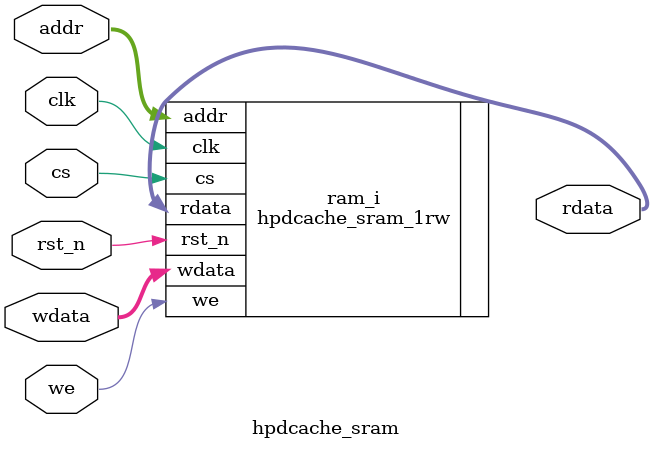
<source format=v>
module hpdcache_sram (
	clk,
	rst_n,
	cs,
	we,
	addr,
	wdata,
	rdata
);
	// Trace: core/cache_subsystem/hpdcache/rtl/src/common/hpdcache_sram.sv:28:15
	parameter [31:0] ADDR_SIZE = 0;
	// Trace: core/cache_subsystem/hpdcache/rtl/src/common/hpdcache_sram.sv:29:15
	parameter [31:0] DATA_SIZE = 0;
	// Trace: core/cache_subsystem/hpdcache/rtl/src/common/hpdcache_sram.sv:30:15
	parameter [31:0] DEPTH = 2 ** ADDR_SIZE;
	// Trace: core/cache_subsystem/hpdcache/rtl/src/common/hpdcache_sram.sv:33:5
	input wire clk;
	// Trace: core/cache_subsystem/hpdcache/rtl/src/common/hpdcache_sram.sv:34:5
	input wire rst_n;
	// Trace: core/cache_subsystem/hpdcache/rtl/src/common/hpdcache_sram.sv:35:5
	input wire cs;
	// Trace: core/cache_subsystem/hpdcache/rtl/src/common/hpdcache_sram.sv:36:5
	input wire we;
	// Trace: core/cache_subsystem/hpdcache/rtl/src/common/hpdcache_sram.sv:37:5
	input wire [ADDR_SIZE - 1:0] addr;
	// Trace: core/cache_subsystem/hpdcache/rtl/src/common/hpdcache_sram.sv:38:5
	input wire [DATA_SIZE - 1:0] wdata;
	// Trace: core/cache_subsystem/hpdcache/rtl/src/common/hpdcache_sram.sv:39:5
	output wire [DATA_SIZE - 1:0] rdata;
	// Trace: core/cache_subsystem/hpdcache/rtl/src/common/hpdcache_sram.sv:42:5
	hpdcache_sram_1rw #(
		.ADDR_SIZE(ADDR_SIZE),
		.DATA_SIZE(DATA_SIZE),
		.DEPTH(DEPTH)
	) ram_i(
		.clk(clk),
		.rst_n(rst_n),
		.cs(cs),
		.we(we),
		.addr(addr),
		.wdata(wdata),
		.rdata(rdata)
	);
endmodule

</source>
